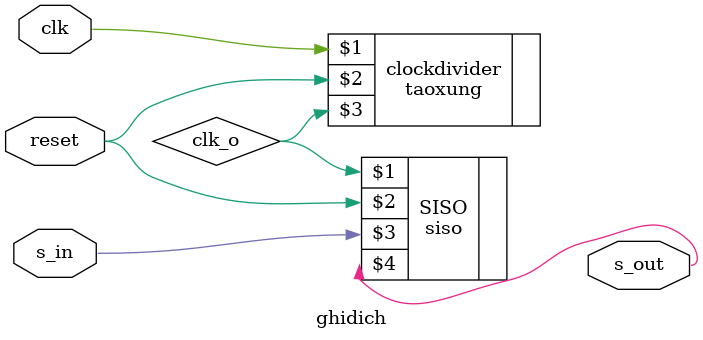
<source format=v>
`timescale 1ns / 1ps
module ghidich(
input wire clk, 
input wire reset,
input wire s_in,
output wire s_out );
wire clk_o ;
// module instance
taoxung clockdivider (clk, reset, clk_o) ;
siso SISO (clk_o,reset,s_in,s_out);
endmodule

</source>
